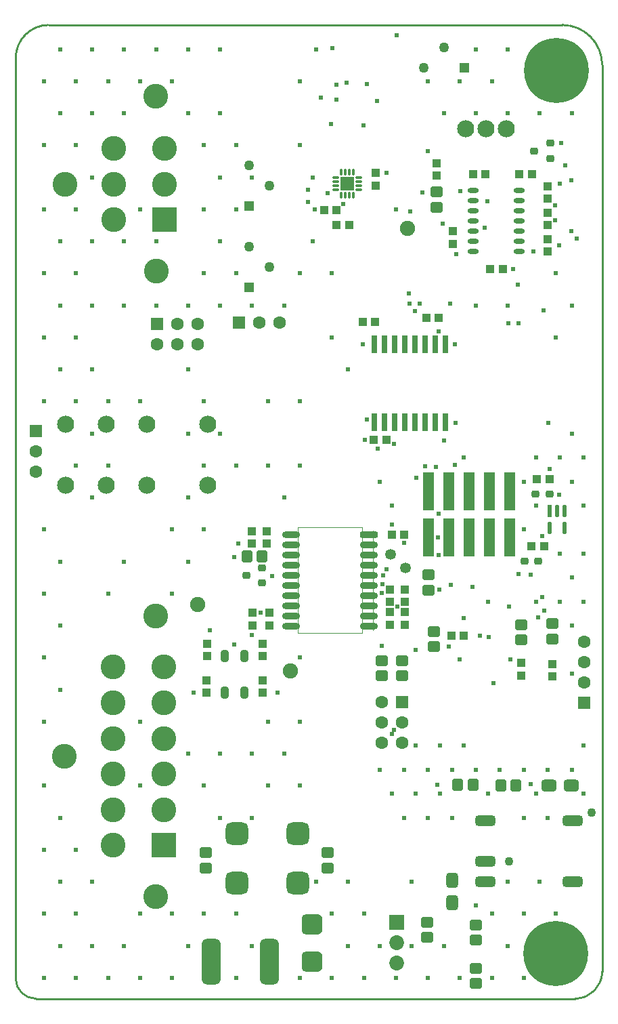
<source format=gbs>
G04*
G04 #@! TF.GenerationSoftware,Altium Limited,Altium Designer,22.8.2 (66)*
G04*
G04 Layer_Color=16711935*
%FSLAX44Y44*%
%MOMM*%
G71*
G04*
G04 #@! TF.SameCoordinates,B0619A4A-581E-4249-BB79-A942B5E0D796*
G04*
G04*
G04 #@! TF.FilePolarity,Negative*
G04*
G01*
G75*
%ADD13C,0.2540*%
%ADD16C,0.0254*%
%ADD17C,0.0500*%
%ADD37R,1.0516X1.0516*%
%ADD38R,0.7016X2.3016*%
%ADD41R,1.0516X1.0516*%
G04:AMPARAMS|DCode=43|XSize=1.4016mm|YSize=1.6017mm|CornerRadius=0.3758mm|HoleSize=0mm|Usage=FLASHONLY|Rotation=90.000|XOffset=0mm|YOffset=0mm|HoleType=Round|Shape=RoundedRectangle|*
%AMROUNDEDRECTD43*
21,1,1.4016,0.8501,0,0,90.0*
21,1,0.6500,1.6017,0,0,90.0*
1,1,0.7516,0.4251,0.3250*
1,1,0.7516,0.4251,-0.3250*
1,1,0.7516,-0.4251,-0.3250*
1,1,0.7516,-0.4251,0.3250*
%
%ADD43ROUNDEDRECTD43*%
%ADD44C,1.9016*%
%ADD46R,1.0516X1.1016*%
G04:AMPARAMS|DCode=47|XSize=1.4016mm|YSize=1.6017mm|CornerRadius=0.3758mm|HoleSize=0mm|Usage=FLASHONLY|Rotation=0.000|XOffset=0mm|YOffset=0mm|HoleType=Round|Shape=RoundedRectangle|*
%AMROUNDEDRECTD47*
21,1,1.4016,0.8501,0,0,0.0*
21,1,0.6500,1.6017,0,0,0.0*
1,1,0.7516,0.3250,-0.4251*
1,1,0.7516,-0.3250,-0.4251*
1,1,0.7516,-0.3250,0.4251*
1,1,0.7516,0.3250,0.4251*
%
%ADD47ROUNDEDRECTD47*%
%ADD48R,1.1016X1.0516*%
G04:AMPARAMS|DCode=50|XSize=2.6016mm|YSize=2.6016mm|CornerRadius=0.6758mm|HoleSize=0mm|Usage=FLASHONLY|Rotation=270.000|XOffset=0mm|YOffset=0mm|HoleType=Round|Shape=RoundedRectangle|*
%AMROUNDEDRECTD50*
21,1,2.6016,1.2500,0,0,270.0*
21,1,1.2500,2.6016,0,0,270.0*
1,1,1.3516,-0.6250,-0.6250*
1,1,1.3516,-0.6250,0.6250*
1,1,1.3516,0.6250,0.6250*
1,1,1.3516,0.6250,-0.6250*
%
%ADD50ROUNDEDRECTD50*%
%ADD51O,1.4224X0.6604*%
%ADD56C,3.1016*%
%ADD57R,3.1016X3.1016*%
%ADD58C,8.1016*%
%ADD59C,1.6016*%
%ADD60R,1.6016X1.6016*%
%ADD61R,1.6016X1.6016*%
%ADD62R,1.2566X1.2566*%
%ADD63C,1.2566*%
%ADD64R,1.2566X1.2566*%
%ADD65C,2.1336*%
%ADD66C,1.8516*%
%ADD67R,1.8516X1.8516*%
%ADD68C,0.6016*%
%ADD69C,1.1016*%
G04:AMPARAMS|DCode=94|XSize=1.5544mm|YSize=0.5721mm|CornerRadius=0.2861mm|HoleSize=0mm|Usage=FLASHONLY|Rotation=270.000|XOffset=0mm|YOffset=0mm|HoleType=Round|Shape=RoundedRectangle|*
%AMROUNDEDRECTD94*
21,1,1.5544,0.0000,0,0,270.0*
21,1,0.9823,0.5721,0,0,270.0*
1,1,0.5721,0.0000,-0.4911*
1,1,0.5721,0.0000,0.4911*
1,1,0.5721,0.0000,0.4911*
1,1,0.5721,0.0000,-0.4911*
%
%ADD94ROUNDEDRECTD94*%
%ADD95R,0.5721X1.5544*%
%ADD104O,2.2606X0.8128*%
G04:AMPARAMS|DCode=105|XSize=2.2606mm|YSize=0.8128mm|CornerRadius=0.2286mm|HoleSize=0mm|Usage=FLASHONLY|Rotation=180.000|XOffset=0mm|YOffset=0mm|HoleType=Round|Shape=RoundedRectangle|*
%AMROUNDEDRECTD105*
21,1,2.2606,0.3556,0,0,180.0*
21,1,1.8034,0.8128,0,0,180.0*
1,1,0.4572,-0.9017,0.1778*
1,1,0.4572,0.9017,0.1778*
1,1,0.4572,0.9017,-0.1778*
1,1,0.4572,-0.9017,-0.1778*
%
%ADD105ROUNDEDRECTD105*%
%ADD106O,0.3516X0.9016*%
%ADD107O,0.9016X0.3516*%
%ADD108R,1.7816X1.7816*%
G04:AMPARAMS|DCode=109|XSize=0.9016mm|YSize=1.0016mm|CornerRadius=0.2508mm|HoleSize=0mm|Usage=FLASHONLY|Rotation=270.000|XOffset=0mm|YOffset=0mm|HoleType=Round|Shape=RoundedRectangle|*
%AMROUNDEDRECTD109*
21,1,0.9016,0.5000,0,0,270.0*
21,1,0.4000,1.0016,0,0,270.0*
1,1,0.5016,-0.2500,-0.2000*
1,1,0.5016,-0.2500,0.2000*
1,1,0.5016,0.2500,0.2000*
1,1,0.5016,0.2500,-0.2000*
%
%ADD109ROUNDEDRECTD109*%
G04:AMPARAMS|DCode=110|XSize=1.4516mm|YSize=1.0016mm|CornerRadius=0.2758mm|HoleSize=0mm|Usage=FLASHONLY|Rotation=90.000|XOffset=0mm|YOffset=0mm|HoleType=Round|Shape=RoundedRectangle|*
%AMROUNDEDRECTD110*
21,1,1.4516,0.4500,0,0,90.0*
21,1,0.9000,1.0016,0,0,90.0*
1,1,0.5516,0.2250,0.4500*
1,1,0.5516,0.2250,-0.4500*
1,1,0.5516,-0.2250,-0.4500*
1,1,0.5516,-0.2250,0.4500*
%
%ADD110ROUNDEDRECTD110*%
%ADD111C,1.3516*%
G04:AMPARAMS|DCode=112|XSize=1.9016mm|YSize=1.5016mm|CornerRadius=0.4008mm|HoleSize=0mm|Usage=FLASHONLY|Rotation=0.000|XOffset=0mm|YOffset=0mm|HoleType=Round|Shape=RoundedRectangle|*
%AMROUNDEDRECTD112*
21,1,1.9016,0.7000,0,0,0.0*
21,1,1.1000,1.5016,0,0,0.0*
1,1,0.8016,0.5500,-0.3500*
1,1,0.8016,-0.5500,-0.3500*
1,1,0.8016,-0.5500,0.3500*
1,1,0.8016,0.5500,0.3500*
%
%ADD112ROUNDEDRECTD112*%
G04:AMPARAMS|DCode=113|XSize=2.5016mm|YSize=1.3016mm|CornerRadius=0.3508mm|HoleSize=0mm|Usage=FLASHONLY|Rotation=0.000|XOffset=0mm|YOffset=0mm|HoleType=Round|Shape=RoundedRectangle|*
%AMROUNDEDRECTD113*
21,1,2.5016,0.6000,0,0,0.0*
21,1,1.8000,1.3016,0,0,0.0*
1,1,0.7016,0.9000,-0.3000*
1,1,0.7016,-0.9000,-0.3000*
1,1,0.7016,-0.9000,0.3000*
1,1,0.7016,0.9000,0.3000*
%
%ADD113ROUNDEDRECTD113*%
G04:AMPARAMS|DCode=114|XSize=1.9016mm|YSize=1.5016mm|CornerRadius=0.4008mm|HoleSize=0mm|Usage=FLASHONLY|Rotation=90.000|XOffset=0mm|YOffset=0mm|HoleType=Round|Shape=RoundedRectangle|*
%AMROUNDEDRECTD114*
21,1,1.9016,0.7000,0,0,90.0*
21,1,1.1000,1.5016,0,0,90.0*
1,1,0.8016,0.3500,0.5500*
1,1,0.8016,0.3500,-0.5500*
1,1,0.8016,-0.3500,-0.5500*
1,1,0.8016,-0.3500,0.5500*
%
%ADD114ROUNDEDRECTD114*%
G04:AMPARAMS|DCode=115|XSize=2.8016mm|YSize=2.8016mm|CornerRadius=0.7258mm|HoleSize=0mm|Usage=FLASHONLY|Rotation=180.000|XOffset=0mm|YOffset=0mm|HoleType=Round|Shape=RoundedRectangle|*
%AMROUNDEDRECTD115*
21,1,2.8016,1.3500,0,0,180.0*
21,1,1.3500,2.8016,0,0,180.0*
1,1,1.4516,-0.6750,0.6750*
1,1,1.4516,0.6750,0.6750*
1,1,1.4516,0.6750,-0.6750*
1,1,1.4516,-0.6750,-0.6750*
%
%ADD115ROUNDEDRECTD115*%
G04:AMPARAMS|DCode=116|XSize=2.4016mm|YSize=5.7016mm|CornerRadius=0.6258mm|HoleSize=0mm|Usage=FLASHONLY|Rotation=0.000|XOffset=0mm|YOffset=0mm|HoleType=Round|Shape=RoundedRectangle|*
%AMROUNDEDRECTD116*
21,1,2.4016,4.4500,0,0,0.0*
21,1,1.1500,5.7016,0,0,0.0*
1,1,1.2516,0.5750,-2.2250*
1,1,1.2516,-0.5750,-2.2250*
1,1,1.2516,-0.5750,2.2250*
1,1,1.2516,0.5750,2.2250*
%
%ADD116ROUNDEDRECTD116*%
%ADD117R,1.3516X4.8516*%
G04:AMPARAMS|DCode=118|XSize=1.0016mm|YSize=0.9016mm|CornerRadius=0.2508mm|HoleSize=0mm|Usage=FLASHONLY|Rotation=0.000|XOffset=0mm|YOffset=0mm|HoleType=Round|Shape=RoundedRectangle|*
%AMROUNDEDRECTD118*
21,1,1.0016,0.4000,0,0,0.0*
21,1,0.5000,0.9016,0,0,0.0*
1,1,0.5016,0.2500,-0.2000*
1,1,0.5016,-0.2500,-0.2000*
1,1,0.5016,-0.2500,0.2000*
1,1,0.5016,0.2500,0.2000*
%
%ADD118ROUNDEDRECTD118*%
D13*
X700000Y0D02*
G03*
X733500Y33500I0J33500D01*
G01*
X0Y25000D02*
G03*
X25000Y0I25000J0D01*
G01*
X41400Y1216400D02*
G03*
X0Y1175000I0J-41400D01*
G01*
X733500Y1166500D02*
G03*
X683600Y1216400I-49900J0D01*
G01*
X0Y25000D02*
Y1175000D01*
X25000Y0D02*
X700000D01*
X733500Y33500D02*
Y1166500D01*
X41400Y1216400D02*
X683600D01*
D16*
X446547Y460248D02*
Y584454D01*
D17*
X353250Y588476D02*
X433145D01*
X353250Y456438D02*
Y588476D01*
Y456438D02*
X433145D01*
Y588476D01*
D37*
X416944Y966470D02*
D03*
X401444D02*
D03*
X470402Y579374D02*
D03*
X485902D02*
D03*
X513842Y850392D02*
D03*
X529342D02*
D03*
X560200Y453673D02*
D03*
X544700D02*
D03*
X645590Y1029970D02*
D03*
X630090D02*
D03*
X609170Y911500D02*
D03*
X593670D02*
D03*
D38*
X537700Y719750D02*
D03*
X525000D02*
D03*
X512300D02*
D03*
X499600D02*
D03*
X486900D02*
D03*
X474200D02*
D03*
X461500D02*
D03*
X448800D02*
D03*
X537700Y817750D02*
D03*
X525000D02*
D03*
X512300D02*
D03*
X499600D02*
D03*
X486900D02*
D03*
X474200D02*
D03*
X461500D02*
D03*
X448800D02*
D03*
D41*
X450596Y1031370D02*
D03*
Y1015870D02*
D03*
X526250Y1028000D02*
D03*
Y1043500D02*
D03*
X664920Y999382D02*
D03*
Y1014883D02*
D03*
Y966340D02*
D03*
Y981840D02*
D03*
X671270Y402460D02*
D03*
Y417960D02*
D03*
X631900Y403730D02*
D03*
Y419230D02*
D03*
D43*
X522978Y458706D02*
D03*
Y439706D02*
D03*
X575302Y18828D02*
D03*
Y37828D02*
D03*
X575564Y72898D02*
D03*
Y91897D02*
D03*
X514350Y76251D02*
D03*
Y95250D02*
D03*
X237938Y163250D02*
D03*
Y182250D02*
D03*
X390338Y163250D02*
D03*
Y182250D02*
D03*
X526488Y1007880D02*
D03*
Y988880D02*
D03*
X483310Y422370D02*
D03*
Y403370D02*
D03*
X458208Y403130D02*
D03*
Y422130D02*
D03*
X516262Y529370D02*
D03*
Y510370D02*
D03*
X632162Y448305D02*
D03*
Y467304D02*
D03*
X671532Y449575D02*
D03*
Y468574D02*
D03*
D44*
X227250Y492250D02*
D03*
X343154Y409448D02*
D03*
X490220Y962660D02*
D03*
D46*
X401450Y985520D02*
D03*
X385950D02*
D03*
X434250Y845000D02*
D03*
X449750D02*
D03*
X448000Y698000D02*
D03*
X463500D02*
D03*
X587580Y1029970D02*
D03*
X572080D02*
D03*
X667410Y648785D02*
D03*
X651910D02*
D03*
X660804Y565293D02*
D03*
X645304D02*
D03*
D47*
X308338Y552458D02*
D03*
X289338D02*
D03*
X625570Y266543D02*
D03*
X606570D02*
D03*
X571764Y266857D02*
D03*
X552765D02*
D03*
D48*
X486660Y511054D02*
D03*
Y495554D02*
D03*
X467972Y511054D02*
D03*
Y495554D02*
D03*
X308864Y443350D02*
D03*
Y427850D02*
D03*
X239522Y443350D02*
D03*
Y427850D02*
D03*
X309118Y397894D02*
D03*
Y382394D02*
D03*
X238506Y397850D02*
D03*
Y382350D02*
D03*
X295890Y466380D02*
D03*
Y481880D02*
D03*
X317480Y466380D02*
D03*
Y481880D02*
D03*
X314318Y583900D02*
D03*
Y568400D02*
D03*
X294935Y583910D02*
D03*
Y568410D02*
D03*
X486560Y482686D02*
D03*
Y467186D02*
D03*
X467873Y482686D02*
D03*
Y467186D02*
D03*
X546810Y958480D02*
D03*
Y942980D02*
D03*
X664920Y933298D02*
D03*
Y948798D02*
D03*
D50*
X370280Y92910D02*
D03*
Y45910D02*
D03*
D51*
X630090Y933080D02*
D03*
Y945780D02*
D03*
Y958480D02*
D03*
Y971180D02*
D03*
Y983880D02*
D03*
Y996580D02*
D03*
Y1009280D02*
D03*
X571740D02*
D03*
Y996580D02*
D03*
Y983880D02*
D03*
Y971180D02*
D03*
Y958480D02*
D03*
Y945780D02*
D03*
Y933080D02*
D03*
D56*
X60960Y302940D02*
D03*
X175260Y478340D02*
D03*
Y127540D02*
D03*
X185460Y236090D02*
D03*
Y280590D02*
D03*
Y325090D02*
D03*
Y369590D02*
D03*
Y414090D02*
D03*
X121960D02*
D03*
Y369590D02*
D03*
Y325090D02*
D03*
Y280590D02*
D03*
Y236090D02*
D03*
Y191590D02*
D03*
X61468Y1017524D02*
D03*
X175468Y1127024D02*
D03*
X175768Y908974D02*
D03*
X185968Y1017524D02*
D03*
Y1062024D02*
D03*
X122468D02*
D03*
Y1017524D02*
D03*
Y973024D02*
D03*
D57*
X185460Y191590D02*
D03*
X185968Y973024D02*
D03*
D58*
X676500Y1159750D02*
D03*
X675500Y56250D02*
D03*
D59*
X330200Y844550D02*
D03*
X304800D02*
D03*
X25400Y658622D02*
D03*
Y684022D02*
D03*
X177158Y817170D02*
D03*
X202558Y842570D02*
D03*
Y817170D02*
D03*
X227958Y842570D02*
D03*
Y817170D02*
D03*
X457910Y370840D02*
D03*
X483310Y345440D02*
D03*
X457910D02*
D03*
X483310Y320040D02*
D03*
X457910D02*
D03*
X710640Y445770D02*
D03*
Y420370D02*
D03*
Y394970D02*
D03*
D60*
X279400Y844550D02*
D03*
X177158Y842570D02*
D03*
D61*
X25400Y709422D02*
D03*
X483310Y370840D02*
D03*
X710640Y369570D02*
D03*
D62*
X561300Y1163300D02*
D03*
D63*
X535900Y1188700D02*
D03*
X510500Y1163300D02*
D03*
X317500Y1016000D02*
D03*
X292100Y1041400D02*
D03*
X317500Y914400D02*
D03*
X292100Y939800D02*
D03*
D64*
X292100Y990600D02*
D03*
X292100Y889000D02*
D03*
D65*
X113284Y641604D02*
D03*
X62484D02*
D03*
Y717804D02*
D03*
X113284D02*
D03*
X164084D02*
D03*
Y641604D02*
D03*
X240284D02*
D03*
Y717804D02*
D03*
X613288Y1086338D02*
D03*
X587888D02*
D03*
X562488D02*
D03*
D66*
X476250Y44450D02*
D03*
Y69850D02*
D03*
D67*
Y95250D02*
D03*
D68*
X695499Y706000D02*
D03*
X710499Y676000D02*
D03*
X695499Y646000D02*
D03*
X710499Y616000D02*
D03*
Y556000D02*
D03*
X695499Y526000D02*
D03*
X710499Y496000D02*
D03*
X695499Y466000D02*
D03*
Y406000D02*
D03*
X710499Y316000D02*
D03*
X695499Y286000D02*
D03*
X710499Y256000D02*
D03*
X680499Y676000D02*
D03*
Y556000D02*
D03*
Y496000D02*
D03*
X665499Y286000D02*
D03*
Y226000D02*
D03*
X650499Y676000D02*
D03*
X635499Y646000D02*
D03*
X650499Y616000D02*
D03*
X635499Y586000D02*
D03*
X650499Y496000D02*
D03*
X635499Y286000D02*
D03*
X650499Y256000D02*
D03*
X635499Y226000D02*
D03*
X605499Y286000D02*
D03*
X590499Y496000D02*
D03*
X575499Y286000D02*
D03*
X590499Y256000D02*
D03*
X560499Y676000D02*
D03*
Y316000D02*
D03*
X545499Y286000D02*
D03*
Y226000D02*
D03*
X530499Y316000D02*
D03*
X515499Y286000D02*
D03*
X530499Y256000D02*
D03*
X515499Y226000D02*
D03*
X500499Y436000D02*
D03*
Y316000D02*
D03*
X485499Y286000D02*
D03*
X500499Y256000D02*
D03*
X485499Y226000D02*
D03*
X455499Y646000D02*
D03*
X470499Y616000D02*
D03*
X455499Y286000D02*
D03*
X470499Y256000D02*
D03*
X695500Y1106000D02*
D03*
X675500Y906000D02*
D03*
X695500Y866000D02*
D03*
X675500Y826000D02*
D03*
Y106000D02*
D03*
X655500Y1106000D02*
D03*
Y146000D02*
D03*
X635500Y106000D02*
D03*
Y26000D02*
D03*
X615500Y1186000D02*
D03*
X595500Y1146000D02*
D03*
X615500Y1106000D02*
D03*
Y866000D02*
D03*
Y146000D02*
D03*
X595500Y106000D02*
D03*
X615500Y66000D02*
D03*
X595500Y26000D02*
D03*
X575500Y1186000D02*
D03*
X555500Y1146000D02*
D03*
X575500Y1106000D02*
D03*
Y866000D02*
D03*
X555500Y26000D02*
D03*
X515500Y1146000D02*
D03*
X535500Y1106000D02*
D03*
Y66000D02*
D03*
X515500Y26000D02*
D03*
X475500Y986000D02*
D03*
X495500Y146000D02*
D03*
Y66000D02*
D03*
X475500Y26000D02*
D03*
X435500Y106000D02*
D03*
X455500Y66000D02*
D03*
X435500Y26000D02*
D03*
X395500Y906000D02*
D03*
Y826000D02*
D03*
X415500Y786000D02*
D03*
Y146000D02*
D03*
X395500Y106000D02*
D03*
X415500Y66000D02*
D03*
X395500Y26000D02*
D03*
X375500Y1186000D02*
D03*
X355500Y1146000D02*
D03*
Y1066000D02*
D03*
Y906000D02*
D03*
Y746000D02*
D03*
Y666000D02*
D03*
Y426000D02*
D03*
Y346000D02*
D03*
Y266000D02*
D03*
X375500Y146000D02*
D03*
X355500Y26000D02*
D03*
X335500Y866000D02*
D03*
X315500Y746000D02*
D03*
Y666000D02*
D03*
X335500Y626000D02*
D03*
X315500Y346000D02*
D03*
X335500Y306000D02*
D03*
X315500Y266000D02*
D03*
X275500Y1066000D02*
D03*
X295500Y1026000D02*
D03*
X275500Y986000D02*
D03*
Y906000D02*
D03*
X295500Y866000D02*
D03*
X275500Y666000D02*
D03*
X295500Y306000D02*
D03*
Y226000D02*
D03*
X275500Y106000D02*
D03*
X295500Y66000D02*
D03*
X275500Y26000D02*
D03*
X255500Y1186000D02*
D03*
Y1106000D02*
D03*
X235500Y1066000D02*
D03*
X255500Y1026000D02*
D03*
X235500Y986000D02*
D03*
X255500Y946000D02*
D03*
X235500Y906000D02*
D03*
X255500Y866000D02*
D03*
X235500Y746000D02*
D03*
X255500Y706000D02*
D03*
X235500Y666000D02*
D03*
Y586000D02*
D03*
X255500Y306000D02*
D03*
X235500Y266000D02*
D03*
X255500Y226000D02*
D03*
X235500Y106000D02*
D03*
X215500Y1186000D02*
D03*
X195500Y1146000D02*
D03*
X215500Y1106000D02*
D03*
Y866000D02*
D03*
Y786000D02*
D03*
Y706000D02*
D03*
Y626000D02*
D03*
X195500Y586000D02*
D03*
X215500Y546000D02*
D03*
X195500Y506000D02*
D03*
X215500Y306000D02*
D03*
X195500Y106000D02*
D03*
X215500Y66000D02*
D03*
X195500Y26000D02*
D03*
X175500Y1186000D02*
D03*
X155500Y1146000D02*
D03*
Y986000D02*
D03*
X175500Y946000D02*
D03*
Y866000D02*
D03*
X155500Y746000D02*
D03*
Y346000D02*
D03*
Y266000D02*
D03*
Y106000D02*
D03*
Y26000D02*
D03*
X135500Y1186000D02*
D03*
X115500Y1146000D02*
D03*
X135500Y1106000D02*
D03*
Y946000D02*
D03*
Y866000D02*
D03*
X115500Y746000D02*
D03*
Y666000D02*
D03*
X135500Y546000D02*
D03*
X115500Y506000D02*
D03*
X135500Y66000D02*
D03*
X115500Y26000D02*
D03*
X95500Y1186000D02*
D03*
X75500Y1146000D02*
D03*
X95500Y1106000D02*
D03*
X75500Y1066000D02*
D03*
X95500Y1026000D02*
D03*
X75500Y986000D02*
D03*
X95500Y946000D02*
D03*
X75500Y906000D02*
D03*
X95500Y866000D02*
D03*
X75500Y826000D02*
D03*
X95500Y786000D02*
D03*
X75500Y746000D02*
D03*
X95500Y706000D02*
D03*
X75500Y666000D02*
D03*
X95500Y626000D02*
D03*
X75500Y186000D02*
D03*
X95500Y146000D02*
D03*
X75500Y106000D02*
D03*
X95500Y66000D02*
D03*
X75500Y26000D02*
D03*
X55500Y1186000D02*
D03*
X35500Y1146000D02*
D03*
X55500Y1106000D02*
D03*
X35500Y1066000D02*
D03*
Y986000D02*
D03*
X55500Y946000D02*
D03*
X35500Y906000D02*
D03*
X55500Y866000D02*
D03*
X35500Y826000D02*
D03*
X55500Y786000D02*
D03*
X35500Y746000D02*
D03*
Y586000D02*
D03*
X55500Y546000D02*
D03*
X35500Y506000D02*
D03*
X55500Y466000D02*
D03*
X35500Y426000D02*
D03*
X55500Y386000D02*
D03*
X35500Y346000D02*
D03*
Y266000D02*
D03*
X55500Y226000D02*
D03*
X35500Y186000D02*
D03*
X55500Y146000D02*
D03*
X35500Y106000D02*
D03*
X55500Y66000D02*
D03*
X35500Y26000D02*
D03*
X458405Y517936D02*
D03*
X550672Y930148D02*
D03*
X390398Y1006348D02*
D03*
X365760Y1010920D02*
D03*
X464058Y1031370D02*
D03*
X374403Y986003D02*
D03*
X485902Y569468D02*
D03*
X528574Y605536D02*
D03*
X452628Y687070D02*
D03*
X528850Y833718D02*
D03*
X470343Y591853D02*
D03*
X473289Y692911D02*
D03*
X525526Y664464D02*
D03*
X511810Y664718D02*
D03*
X501396Y651002D02*
D03*
X548894Y667004D02*
D03*
X529690Y510943D02*
D03*
X409702Y993140D02*
D03*
X491744Y880618D02*
D03*
X492812Y868223D02*
D03*
X499212Y859258D02*
D03*
X543163Y868652D02*
D03*
X505612Y868223D02*
D03*
X365252Y995426D02*
D03*
X371330Y1025670D02*
D03*
X549402Y817626D02*
D03*
X586740Y962914D02*
D03*
X701802Y949706D02*
D03*
X679450Y940816D02*
D03*
X694593Y959261D02*
D03*
X653796Y476504D02*
D03*
X463550Y536448D02*
D03*
X555752Y1008634D02*
D03*
X680466Y1017778D02*
D03*
X674878Y990854D02*
D03*
Y972566D02*
D03*
X434848Y1090930D02*
D03*
X658114Y501904D02*
D03*
X438912Y723646D02*
D03*
X549910Y719582D02*
D03*
X472997Y335999D02*
D03*
X470497Y330999D02*
D03*
X528066Y576580D02*
D03*
X457498Y506774D02*
D03*
X477266Y489458D02*
D03*
X273558Y551434D02*
D03*
X327612Y382394D02*
D03*
X222076Y382350D02*
D03*
X242824Y460248D02*
D03*
X320548Y528320D02*
D03*
X580270Y453673D02*
D03*
X560070Y475234D02*
D03*
X459486Y528828D02*
D03*
X458208Y440428D02*
D03*
X295148Y454152D02*
D03*
X272988Y442099D02*
D03*
X306685Y481880D02*
D03*
X278250Y568500D02*
D03*
X628396Y892302D02*
D03*
X535686Y696976D02*
D03*
X436626Y698000D02*
D03*
X660400Y859790D02*
D03*
X628650Y530860D02*
D03*
X679450Y629920D02*
D03*
X668020Y661670D02*
D03*
X527207Y266857D02*
D03*
X476250Y1203960D02*
D03*
X396240Y1187450D02*
D03*
X451560Y1121410D02*
D03*
X438860Y1142290D02*
D03*
X493400Y983610D02*
D03*
X617340Y490100D02*
D03*
X643890Y267970D02*
D03*
X591250Y451750D02*
D03*
X618490Y424180D02*
D03*
X597500Y394250D02*
D03*
X660850Y485100D02*
D03*
X666500Y719500D02*
D03*
X434250Y817750D02*
D03*
X575564Y116198D02*
D03*
X529000Y553750D02*
D03*
X555500Y424000D02*
D03*
X571250Y514250D02*
D03*
X544250Y517250D02*
D03*
X541274Y439674D02*
D03*
X658750Y578250D02*
D03*
X644000Y529750D02*
D03*
X534250Y968250D02*
D03*
X687500Y1040750D02*
D03*
X515000Y1058750D02*
D03*
X394000Y1092250D02*
D03*
X413460Y1144210D02*
D03*
X400760Y1123240D02*
D03*
X381250Y1126000D02*
D03*
X400750Y1142000D02*
D03*
X622000Y911500D02*
D03*
X647396Y933080D02*
D03*
X628550Y843650D02*
D03*
X615850D02*
D03*
X371750Y946500D02*
D03*
X508500Y1006750D02*
D03*
X589500Y996500D02*
D03*
X682467Y1068532D02*
D03*
X694750Y1022500D02*
D03*
D69*
X720090Y232410D02*
D03*
X617250Y171450D02*
D03*
D94*
X667410Y587594D02*
D03*
X686410D02*
D03*
Y609600D02*
D03*
X676910D02*
D03*
D95*
X667410D02*
D03*
D104*
X344419Y465328D02*
D03*
X441965D02*
D03*
X344429Y478028D02*
D03*
Y490728D02*
D03*
Y503428D02*
D03*
Y516128D02*
D03*
Y528828D02*
D03*
Y541528D02*
D03*
Y554228D02*
D03*
Y566928D02*
D03*
Y579628D02*
D03*
X441965Y478028D02*
D03*
Y490728D02*
D03*
Y503428D02*
D03*
Y516128D02*
D03*
Y528828D02*
D03*
Y541528D02*
D03*
Y554228D02*
D03*
Y566928D02*
D03*
D105*
Y579628D02*
D03*
D106*
X422068Y1032808D02*
D03*
X417068D02*
D03*
X412068D02*
D03*
X407068D02*
D03*
Y1003808D02*
D03*
X412068D02*
D03*
X417068D02*
D03*
X422068D02*
D03*
D107*
X400068Y1025808D02*
D03*
Y1020808D02*
D03*
Y1015808D02*
D03*
Y1010808D02*
D03*
X429068D02*
D03*
Y1015808D02*
D03*
Y1020808D02*
D03*
Y1025808D02*
D03*
D108*
X414568Y1018308D02*
D03*
D109*
X668570Y1068532D02*
D03*
Y1049532D02*
D03*
X648570Y1059033D02*
D03*
X288290Y528574D02*
D03*
X308290Y538074D02*
D03*
Y519074D02*
D03*
D110*
X286290Y382350D02*
D03*
X261290D02*
D03*
Y427850D02*
D03*
X286290D02*
D03*
D111*
X469138Y554736D02*
D03*
X487426Y537972D02*
D03*
D112*
X666750Y266700D02*
D03*
X694750D02*
D03*
D113*
X696350Y146050D02*
D03*
Y222250D02*
D03*
X587350D02*
D03*
Y171450D02*
D03*
Y146050D02*
D03*
D114*
X546100Y120050D02*
D03*
Y148050D02*
D03*
D115*
X276300Y206393D02*
D03*
X352500D02*
D03*
Y144192D02*
D03*
X276300D02*
D03*
D116*
X244550Y45870D02*
D03*
X317550D02*
D03*
D117*
X516450Y634000D02*
D03*
Y576500D02*
D03*
X541850D02*
D03*
X592650D02*
D03*
X567250Y634000D02*
D03*
X618050D02*
D03*
X592650D02*
D03*
X541850D02*
D03*
X567250Y576500D02*
D03*
X618050D02*
D03*
D118*
X650410Y630420D02*
D03*
X667410D02*
D03*
X636304Y546242D02*
D03*
X653304D02*
D03*
M02*

</source>
